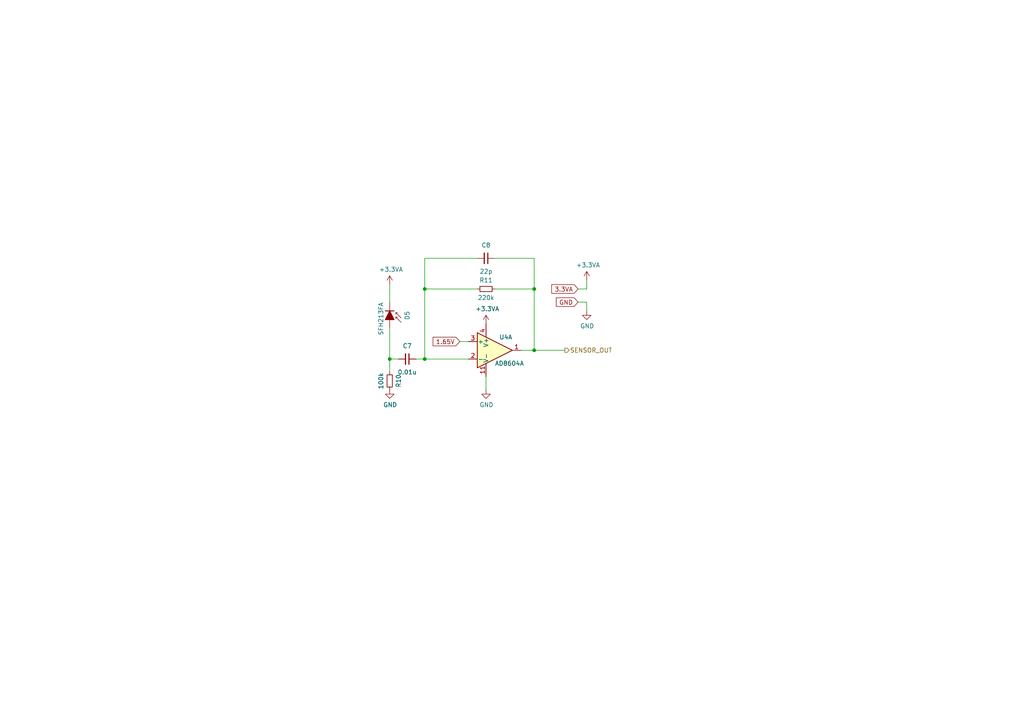
<source format=kicad_sch>
(kicad_sch (version 20211123) (generator eeschema)

  (uuid 2a29c4b7-5111-4b74-827d-392e0485e98e)

  (paper "A4")

  (lib_symbols
    (symbol "Device:C_Small" (pin_numbers hide) (pin_names (offset 0.254) hide) (in_bom yes) (on_board yes)
      (property "Reference" "C" (id 0) (at 0.254 1.778 0)
        (effects (font (size 1.27 1.27)) (justify left))
      )
      (property "Value" "C_Small" (id 1) (at 0.254 -2.032 0)
        (effects (font (size 1.27 1.27)) (justify left))
      )
      (property "Footprint" "" (id 2) (at 0 0 0)
        (effects (font (size 1.27 1.27)) hide)
      )
      (property "Datasheet" "~" (id 3) (at 0 0 0)
        (effects (font (size 1.27 1.27)) hide)
      )
      (property "ki_keywords" "capacitor cap" (id 4) (at 0 0 0)
        (effects (font (size 1.27 1.27)) hide)
      )
      (property "ki_description" "Unpolarized capacitor, small symbol" (id 5) (at 0 0 0)
        (effects (font (size 1.27 1.27)) hide)
      )
      (property "ki_fp_filters" "C_*" (id 6) (at 0 0 0)
        (effects (font (size 1.27 1.27)) hide)
      )
      (symbol "C_Small_0_1"
        (polyline
          (pts
            (xy -1.524 -0.508)
            (xy 1.524 -0.508)
          )
          (stroke (width 0.3302) (type default) (color 0 0 0 0))
          (fill (type none))
        )
        (polyline
          (pts
            (xy -1.524 0.508)
            (xy 1.524 0.508)
          )
          (stroke (width 0.3048) (type default) (color 0 0 0 0))
          (fill (type none))
        )
      )
      (symbol "C_Small_1_1"
        (pin passive line (at 0 2.54 270) (length 2.032)
          (name "~" (effects (font (size 1.27 1.27))))
          (number "1" (effects (font (size 1.27 1.27))))
        )
        (pin passive line (at 0 -2.54 90) (length 2.032)
          (name "~" (effects (font (size 1.27 1.27))))
          (number "2" (effects (font (size 1.27 1.27))))
        )
      )
    )
    (symbol "Device:D_Photo_Filled" (pin_numbers hide) (pin_names hide) (in_bom yes) (on_board yes)
      (property "Reference" "D" (id 0) (at 0.508 1.778 0)
        (effects (font (size 1.27 1.27)) (justify left))
      )
      (property "Value" "D_Photo_Filled" (id 1) (at -1.016 -2.794 0)
        (effects (font (size 1.27 1.27)))
      )
      (property "Footprint" "" (id 2) (at -1.27 0 0)
        (effects (font (size 1.27 1.27)) hide)
      )
      (property "Datasheet" "~" (id 3) (at -1.27 0 0)
        (effects (font (size 1.27 1.27)) hide)
      )
      (property "ki_keywords" "photodiode diode opto" (id 4) (at 0 0 0)
        (effects (font (size 1.27 1.27)) hide)
      )
      (property "ki_description" "Photodiode, filled shape" (id 5) (at 0 0 0)
        (effects (font (size 1.27 1.27)) hide)
      )
      (symbol "D_Photo_Filled_0_1"
        (polyline
          (pts
            (xy -2.54 1.27)
            (xy -2.54 -1.27)
          )
          (stroke (width 0.254) (type default) (color 0 0 0 0))
          (fill (type none))
        )
        (polyline
          (pts
            (xy -2.032 1.778)
            (xy -1.524 1.778)
          )
          (stroke (width 0) (type default) (color 0 0 0 0))
          (fill (type none))
        )
        (polyline
          (pts
            (xy 0 0)
            (xy -2.54 0)
          )
          (stroke (width 0) (type default) (color 0 0 0 0))
          (fill (type none))
        )
        (polyline
          (pts
            (xy -0.508 3.302)
            (xy -2.032 1.778)
            (xy -2.032 2.286)
          )
          (stroke (width 0) (type default) (color 0 0 0 0))
          (fill (type none))
        )
        (polyline
          (pts
            (xy 0 -1.27)
            (xy 0 1.27)
            (xy -2.54 0)
            (xy 0 -1.27)
          )
          (stroke (width 0.254) (type default) (color 0 0 0 0))
          (fill (type outline))
        )
        (polyline
          (pts
            (xy 0.762 3.302)
            (xy -0.762 1.778)
            (xy -0.762 2.286)
            (xy -0.762 1.778)
            (xy -0.254 1.778)
          )
          (stroke (width 0) (type default) (color 0 0 0 0))
          (fill (type none))
        )
      )
      (symbol "D_Photo_Filled_1_1"
        (pin passive line (at -5.08 0 0) (length 2.54)
          (name "K" (effects (font (size 1.27 1.27))))
          (number "1" (effects (font (size 1.27 1.27))))
        )
        (pin passive line (at 2.54 0 180) (length 2.54)
          (name "A" (effects (font (size 1.27 1.27))))
          (number "2" (effects (font (size 1.27 1.27))))
        )
      )
    )
    (symbol "Device:R_Small" (pin_numbers hide) (pin_names (offset 0.254) hide) (in_bom yes) (on_board yes)
      (property "Reference" "R" (id 0) (at 0.762 0.508 0)
        (effects (font (size 1.27 1.27)) (justify left))
      )
      (property "Value" "R_Small" (id 1) (at 0.762 -1.016 0)
        (effects (font (size 1.27 1.27)) (justify left))
      )
      (property "Footprint" "" (id 2) (at 0 0 0)
        (effects (font (size 1.27 1.27)) hide)
      )
      (property "Datasheet" "~" (id 3) (at 0 0 0)
        (effects (font (size 1.27 1.27)) hide)
      )
      (property "ki_keywords" "R resistor" (id 4) (at 0 0 0)
        (effects (font (size 1.27 1.27)) hide)
      )
      (property "ki_description" "Resistor, small symbol" (id 5) (at 0 0 0)
        (effects (font (size 1.27 1.27)) hide)
      )
      (property "ki_fp_filters" "R_*" (id 6) (at 0 0 0)
        (effects (font (size 1.27 1.27)) hide)
      )
      (symbol "R_Small_0_1"
        (rectangle (start -0.762 1.778) (end 0.762 -1.778)
          (stroke (width 0.2032) (type default) (color 0 0 0 0))
          (fill (type none))
        )
      )
      (symbol "R_Small_1_1"
        (pin passive line (at 0 2.54 270) (length 0.762)
          (name "~" (effects (font (size 1.27 1.27))))
          (number "1" (effects (font (size 1.27 1.27))))
        )
        (pin passive line (at 0 -2.54 90) (length 0.762)
          (name "~" (effects (font (size 1.27 1.27))))
          (number "2" (effects (font (size 1.27 1.27))))
        )
      )
    )
    (symbol "MicroNaos:AD8604A" (pin_names (offset 0.127)) (in_bom yes) (on_board yes)
      (property "Reference" "U" (id 0) (at 0 5.08 0)
        (effects (font (size 1.27 1.27)) (justify left))
      )
      (property "Value" "AD8604A" (id 1) (at 0 -5.08 0)
        (effects (font (size 1.27 1.27)) (justify left))
      )
      (property "Footprint" "" (id 2) (at 0 12.7 0)
        (effects (font (size 1.27 1.27)) hide)
      )
      (property "Datasheet" "" (id 3) (at 0 5.08 0)
        (effects (font (size 1.27 1.27)) hide)
      )
      (symbol "AD8604A_0_1"
        (polyline
          (pts
            (xy -5.08 5.08)
            (xy 5.08 0)
            (xy -5.08 -5.08)
            (xy -5.08 5.08)
          )
          (stroke (width 0.254) (type default) (color 0 0 0 0))
          (fill (type background))
        )
        (pin power_in line (at -2.54 -7.62 90) (length 3.81)
          (name "V-" (effects (font (size 1.27 1.27))))
          (number "11" (effects (font (size 1.27 1.27))))
        )
        (pin power_in line (at -2.54 7.62 270) (length 3.81)
          (name "V+" (effects (font (size 1.27 1.27))))
          (number "4" (effects (font (size 1.27 1.27))))
        )
      )
      (symbol "AD8604A_1_1"
        (pin output line (at 7.62 0 180) (length 2.54)
          (name "~" (effects (font (size 1.27 1.27))))
          (number "1" (effects (font (size 1.27 1.27))))
        )
        (pin input line (at -7.62 -2.54 0) (length 2.54)
          (name "-" (effects (font (size 1.27 1.27))))
          (number "2" (effects (font (size 1.27 1.27))))
        )
        (pin input line (at -7.62 2.54 0) (length 2.54)
          (name "+" (effects (font (size 1.27 1.27))))
          (number "3" (effects (font (size 1.27 1.27))))
        )
      )
      (symbol "AD8604A_2_1"
        (pin input line (at -7.62 2.54 0) (length 2.54)
          (name "+" (effects (font (size 1.27 1.27))))
          (number "5" (effects (font (size 1.27 1.27))))
        )
        (pin input line (at -7.62 -2.54 0) (length 2.54)
          (name "-" (effects (font (size 1.27 1.27))))
          (number "6" (effects (font (size 1.27 1.27))))
        )
        (pin output line (at 7.62 0 180) (length 2.54)
          (name "~" (effects (font (size 1.27 1.27))))
          (number "7" (effects (font (size 1.27 1.27))))
        )
      )
      (symbol "AD8604A_3_1"
        (pin input line (at -7.62 2.54 0) (length 2.54)
          (name "+" (effects (font (size 1.27 1.27))))
          (number "10" (effects (font (size 1.27 1.27))))
        )
        (pin output line (at 7.62 0 180) (length 2.54)
          (name "~" (effects (font (size 1.27 1.27))))
          (number "8" (effects (font (size 1.27 1.27))))
        )
        (pin input line (at -7.62 -2.54 0) (length 2.54)
          (name "-" (effects (font (size 1.27 1.27))))
          (number "9" (effects (font (size 1.27 1.27))))
        )
      )
      (symbol "AD8604A_4_1"
        (pin input line (at -7.62 2.54 0) (length 2.54)
          (name "+" (effects (font (size 1.27 1.27))))
          (number "12" (effects (font (size 1.27 1.27))))
        )
        (pin input line (at -7.62 -2.54 0) (length 2.54)
          (name "-" (effects (font (size 1.27 1.27))))
          (number "13" (effects (font (size 1.27 1.27))))
        )
        (pin output line (at 7.62 0 180) (length 2.54)
          (name "~" (effects (font (size 1.27 1.27))))
          (number "14" (effects (font (size 1.27 1.27))))
        )
      )
    )
    (symbol "power:+3.3VA" (power) (pin_names (offset 0)) (in_bom yes) (on_board yes)
      (property "Reference" "#PWR" (id 0) (at 0 -3.81 0)
        (effects (font (size 1.27 1.27)) hide)
      )
      (property "Value" "+3.3VA" (id 1) (at 0 3.556 0)
        (effects (font (size 1.27 1.27)))
      )
      (property "Footprint" "" (id 2) (at 0 0 0)
        (effects (font (size 1.27 1.27)) hide)
      )
      (property "Datasheet" "" (id 3) (at 0 0 0)
        (effects (font (size 1.27 1.27)) hide)
      )
      (property "ki_keywords" "power-flag" (id 4) (at 0 0 0)
        (effects (font (size 1.27 1.27)) hide)
      )
      (property "ki_description" "Power symbol creates a global label with name \"+3.3VA\"" (id 5) (at 0 0 0)
        (effects (font (size 1.27 1.27)) hide)
      )
      (symbol "+3.3VA_0_1"
        (polyline
          (pts
            (xy -0.762 1.27)
            (xy 0 2.54)
          )
          (stroke (width 0) (type default) (color 0 0 0 0))
          (fill (type none))
        )
        (polyline
          (pts
            (xy 0 0)
            (xy 0 2.54)
          )
          (stroke (width 0) (type default) (color 0 0 0 0))
          (fill (type none))
        )
        (polyline
          (pts
            (xy 0 2.54)
            (xy 0.762 1.27)
          )
          (stroke (width 0) (type default) (color 0 0 0 0))
          (fill (type none))
        )
      )
      (symbol "+3.3VA_1_1"
        (pin power_in line (at 0 0 90) (length 0) hide
          (name "+3.3VA" (effects (font (size 1.27 1.27))))
          (number "1" (effects (font (size 1.27 1.27))))
        )
      )
    )
    (symbol "power:GND" (power) (pin_names (offset 0)) (in_bom yes) (on_board yes)
      (property "Reference" "#PWR" (id 0) (at 0 -6.35 0)
        (effects (font (size 1.27 1.27)) hide)
      )
      (property "Value" "GND" (id 1) (at 0 -3.81 0)
        (effects (font (size 1.27 1.27)))
      )
      (property "Footprint" "" (id 2) (at 0 0 0)
        (effects (font (size 1.27 1.27)) hide)
      )
      (property "Datasheet" "" (id 3) (at 0 0 0)
        (effects (font (size 1.27 1.27)) hide)
      )
      (property "ki_keywords" "power-flag" (id 4) (at 0 0 0)
        (effects (font (size 1.27 1.27)) hide)
      )
      (property "ki_description" "Power symbol creates a global label with name \"GND\" , ground" (id 5) (at 0 0 0)
        (effects (font (size 1.27 1.27)) hide)
      )
      (symbol "GND_0_1"
        (polyline
          (pts
            (xy 0 0)
            (xy 0 -1.27)
            (xy 1.27 -1.27)
            (xy 0 -2.54)
            (xy -1.27 -1.27)
            (xy 0 -1.27)
          )
          (stroke (width 0) (type default) (color 0 0 0 0))
          (fill (type none))
        )
      )
      (symbol "GND_1_1"
        (pin power_in line (at 0 0 270) (length 0) hide
          (name "GND" (effects (font (size 1.27 1.27))))
          (number "1" (effects (font (size 1.27 1.27))))
        )
      )
    )
  )

  (junction (at 123.19 83.82) (diameter 0) (color 0 0 0 0)
    (uuid 154a95e7-ffb7-47bd-8aca-4e5e934a9a2f)
  )
  (junction (at 113.03 104.14) (diameter 0) (color 0 0 0 0)
    (uuid 3ee3e1d9-7aeb-4d59-8df1-08b260a2270c)
  )
  (junction (at 154.94 83.82) (diameter 0) (color 0 0 0 0)
    (uuid 6481af65-af0c-409b-a5b2-13373230fa79)
  )
  (junction (at 123.19 104.14) (diameter 0) (color 0 0 0 0)
    (uuid 87eb71cd-6d92-4303-8855-7e3e51a812f2)
  )
  (junction (at 154.94 101.6) (diameter 0) (color 0 0 0 0)
    (uuid e09f3bb3-1374-48fa-a542-6859d68ee32c)
  )

  (wire (pts (xy 154.94 74.93) (xy 143.51 74.93))
    (stroke (width 0) (type default) (color 0 0 0 0))
    (uuid 08f6d5f8-1c08-4461-a4a8-24a3ef3dba8b)
  )
  (wire (pts (xy 123.19 104.14) (xy 120.65 104.14))
    (stroke (width 0) (type default) (color 0 0 0 0))
    (uuid 3877117e-99c6-4f1e-bba4-83d4cdae9ab1)
  )
  (wire (pts (xy 154.94 83.82) (xy 154.94 74.93))
    (stroke (width 0) (type default) (color 0 0 0 0))
    (uuid 3f8daccb-0e8e-4fa0-8f6c-14be6379c282)
  )
  (wire (pts (xy 123.19 83.82) (xy 138.43 83.82))
    (stroke (width 0) (type default) (color 0 0 0 0))
    (uuid 41995bfe-6b95-44f6-916c-bb5839e6580a)
  )
  (wire (pts (xy 163.83 101.6) (xy 154.94 101.6))
    (stroke (width 0) (type default) (color 0 0 0 0))
    (uuid 4c69de44-7fda-472c-8bbe-f0b44bf64b6e)
  )
  (wire (pts (xy 123.19 104.14) (xy 123.19 83.82))
    (stroke (width 0) (type default) (color 0 0 0 0))
    (uuid 5333c5bf-e09b-43d6-ac7a-7a7af2d7a379)
  )
  (wire (pts (xy 154.94 101.6) (xy 154.94 83.82))
    (stroke (width 0) (type default) (color 0 0 0 0))
    (uuid 585c9b32-7227-43dc-b1ab-1855bbfaa691)
  )
  (wire (pts (xy 170.18 87.63) (xy 167.64 87.63))
    (stroke (width 0) (type default) (color 0 0 0 0))
    (uuid 589449fd-c51d-405b-bdeb-448c3bed0376)
  )
  (wire (pts (xy 154.94 83.82) (xy 143.51 83.82))
    (stroke (width 0) (type default) (color 0 0 0 0))
    (uuid 58dd8457-3410-469a-b108-80f70dd5dc9c)
  )
  (wire (pts (xy 113.03 104.14) (xy 115.57 104.14))
    (stroke (width 0) (type default) (color 0 0 0 0))
    (uuid 5f0b13c0-9b63-4862-abd2-f6fa0c1a87dc)
  )
  (wire (pts (xy 113.03 107.95) (xy 113.03 104.14))
    (stroke (width 0) (type default) (color 0 0 0 0))
    (uuid 66c3f81d-ac56-431c-a614-4811f3a99b78)
  )
  (wire (pts (xy 170.18 83.82) (xy 170.18 81.28))
    (stroke (width 0) (type default) (color 0 0 0 0))
    (uuid 6e5909c1-b45f-45ac-a70f-627e243fa433)
  )
  (wire (pts (xy 135.89 99.06) (xy 133.35 99.06))
    (stroke (width 0) (type default) (color 0 0 0 0))
    (uuid 7151c941-7dd1-48c7-a37f-b1fcef096f04)
  )
  (wire (pts (xy 154.94 101.6) (xy 151.13 101.6))
    (stroke (width 0) (type default) (color 0 0 0 0))
    (uuid 73483dda-fcd3-49f7-b4c4-d8cde039b48d)
  )
  (wire (pts (xy 113.03 95.25) (xy 113.03 104.14))
    (stroke (width 0) (type default) (color 0 0 0 0))
    (uuid 7a785e35-4bfd-4815-b87b-d7f12ecf0b10)
  )
  (wire (pts (xy 140.97 113.03) (xy 140.97 109.22))
    (stroke (width 0) (type default) (color 0 0 0 0))
    (uuid 8348eb1a-2cea-452d-ab74-b03b051f330c)
  )
  (wire (pts (xy 167.64 83.82) (xy 170.18 83.82))
    (stroke (width 0) (type default) (color 0 0 0 0))
    (uuid 8cc7ef95-fe28-47bd-82f2-80c1b579be36)
  )
  (wire (pts (xy 123.19 74.93) (xy 123.19 83.82))
    (stroke (width 0) (type default) (color 0 0 0 0))
    (uuid 9440c605-a16c-4e50-bcd8-0c0989b0aef0)
  )
  (wire (pts (xy 170.18 90.17) (xy 170.18 87.63))
    (stroke (width 0) (type default) (color 0 0 0 0))
    (uuid a59f0b37-7af4-4939-a2c0-d2b076da1fdb)
  )
  (wire (pts (xy 113.03 87.63) (xy 113.03 82.55))
    (stroke (width 0) (type default) (color 0 0 0 0))
    (uuid adcc7c4c-1aeb-4afb-a2c6-b88669a0b334)
  )
  (wire (pts (xy 135.89 104.14) (xy 123.19 104.14))
    (stroke (width 0) (type default) (color 0 0 0 0))
    (uuid c775d418-e136-4c19-ab9c-7886170fb117)
  )
  (wire (pts (xy 138.43 74.93) (xy 123.19 74.93))
    (stroke (width 0) (type default) (color 0 0 0 0))
    (uuid e619cbcb-d798-46b9-9de4-1e71c282b054)
  )

  (global_label "GND" (shape input) (at 167.64 87.63 180) (fields_autoplaced)
    (effects (font (size 1.27 1.27)) (justify right))
    (uuid 83c06c42-326f-4cdc-ad34-cbb730919c3e)
    (property "Intersheet References" "${INTERSHEET_REFS}" (id 0) (at 0 0 0)
      (effects (font (size 1.27 1.27)) hide)
    )
  )
  (global_label "1.65V" (shape input) (at 133.35 99.06 180) (fields_autoplaced)
    (effects (font (size 1.27 1.27)) (justify right))
    (uuid a33a8fbd-8670-4aff-aad9-2f34f95020df)
    (property "Intersheet References" "${INTERSHEET_REFS}" (id 0) (at 0 0 0)
      (effects (font (size 1.27 1.27)) hide)
    )
  )
  (global_label "3.3VA" (shape input) (at 167.64 83.82 180) (fields_autoplaced)
    (effects (font (size 1.27 1.27)) (justify right))
    (uuid bd7a1d2c-ca3f-4731-9b59-e2925d27e442)
    (property "Intersheet References" "${INTERSHEET_REFS}" (id 0) (at 0 0 0)
      (effects (font (size 1.27 1.27)) hide)
    )
  )

  (hierarchical_label "SENSOR_OUT" (shape output) (at 163.83 101.6 0)
    (effects (font (size 1.27 1.27)) (justify left))
    (uuid d9f1b9d5-e621-4083-91bc-dec5b20eba31)
  )

  (symbol (lib_id "MicroNaos:AD8604A") (at 143.51 101.6 0) (unit 1)
    (in_bom yes) (on_board yes)
    (uuid 00000000-0000-0000-0000-00005c8ecf2a)
    (property "Reference" "U4" (id 0) (at 144.78 97.79 0)
      (effects (font (size 1.27 1.27)) (justify left))
    )
    (property "Value" "AD8604A" (id 1) (at 143.51 105.41 0)
      (effects (font (size 1.27 1.27)) (justify left))
    )
    (property "Footprint" "Package_SO:TSSOP-14_4.4x5mm_P0.65mm" (id 2) (at 143.51 88.9 0)
      (effects (font (size 1.27 1.27)) hide)
    )
    (property "Datasheet" "http://www.analog.com/media/en/technical-documentation/data-sheets/AD8603_8607_8609.pdf" (id 3) (at 143.51 96.52 0)
      (effects (font (size 1.27 1.27)) hide)
    )
    (pin "11" (uuid 8c6a50ed-608d-4244-95a4-c6fb848b0136))
    (pin "4" (uuid 112343d3-68fe-4aa5-bfe5-53ce3648c96e))
    (pin "1" (uuid c0b59a1b-6db7-40d7-b80e-f01087e40185))
    (pin "2" (uuid d264935d-9a5b-4f25-9b77-daedc2607a1c))
    (pin "3" (uuid 1570d78b-97c1-4b65-ae2f-8cf6286b5d29))
    (pin "5" (uuid 120907fe-257e-40d0-93b1-96574cf5e6b2))
    (pin "6" (uuid 57528f52-ce18-410f-a9a9-f8f5257043e9))
    (pin "7" (uuid 5d2f59cf-0a35-4501-916e-1ff94f2c5423))
    (pin "10" (uuid 85db5acc-37c4-47b7-b444-e138539bb10d))
    (pin "8" (uuid ec36a95b-2ce9-4362-85b1-21a2be293d3d))
    (pin "9" (uuid c74f1631-d33c-4625-8d01-d8e874e4caf2))
    (pin "12" (uuid 74df1f67-dd74-4915-af9b-59c2cf52ff00))
    (pin "13" (uuid a1c191c1-03cd-4c5e-8adf-02abab5849e7))
    (pin "14" (uuid f2d84fd3-f211-4db0-aa1a-f7015b29c085))
  )

  (symbol (lib_id "power:GND") (at 140.97 113.03 0) (unit 1)
    (in_bom yes) (on_board yes)
    (uuid 00000000-0000-0000-0000-00005c8ecf31)
    (property "Reference" "#PWR024" (id 0) (at 140.97 119.38 0)
      (effects (font (size 1.27 1.27)) hide)
    )
    (property "Value" "GND" (id 1) (at 141.097 117.4242 0))
    (property "Footprint" "" (id 2) (at 140.97 113.03 0)
      (effects (font (size 1.27 1.27)) hide)
    )
    (property "Datasheet" "" (id 3) (at 140.97 113.03 0)
      (effects (font (size 1.27 1.27)) hide)
    )
    (pin "1" (uuid a67d473d-a6f1-416e-b2b8-be3816c283e4))
  )

  (symbol (lib_id "power:+3.3VA") (at 140.97 93.98 0) (unit 1)
    (in_bom yes) (on_board yes)
    (uuid 00000000-0000-0000-0000-00005c8ecf37)
    (property "Reference" "#PWR023" (id 0) (at 140.97 97.79 0)
      (effects (font (size 1.27 1.27)) hide)
    )
    (property "Value" "+3.3VA" (id 1) (at 141.351 89.5858 0))
    (property "Footprint" "" (id 2) (at 140.97 93.98 0)
      (effects (font (size 1.27 1.27)) hide)
    )
    (property "Datasheet" "" (id 3) (at 140.97 93.98 0)
      (effects (font (size 1.27 1.27)) hide)
    )
    (pin "1" (uuid 4ef41d0b-f427-4215-813e-5d7300891627))
  )

  (symbol (lib_id "power:+3.3VA") (at 170.18 81.28 0) (unit 1)
    (in_bom yes) (on_board yes)
    (uuid 00000000-0000-0000-0000-00005c8ecf40)
    (property "Reference" "#PWR025" (id 0) (at 170.18 85.09 0)
      (effects (font (size 1.27 1.27)) hide)
    )
    (property "Value" "+3.3VA" (id 1) (at 170.561 76.8858 0))
    (property "Footprint" "" (id 2) (at 170.18 81.28 0)
      (effects (font (size 1.27 1.27)) hide)
    )
    (property "Datasheet" "" (id 3) (at 170.18 81.28 0)
      (effects (font (size 1.27 1.27)) hide)
    )
    (pin "1" (uuid 40478459-e8a6-4448-b0a0-12e5eb0082bf))
  )

  (symbol (lib_id "power:GND") (at 170.18 90.17 0) (unit 1)
    (in_bom yes) (on_board yes)
    (uuid 00000000-0000-0000-0000-00005c8ecf49)
    (property "Reference" "#PWR026" (id 0) (at 170.18 96.52 0)
      (effects (font (size 1.27 1.27)) hide)
    )
    (property "Value" "GND" (id 1) (at 170.307 94.5642 0))
    (property "Footprint" "" (id 2) (at 170.18 90.17 0)
      (effects (font (size 1.27 1.27)) hide)
    )
    (property "Datasheet" "" (id 3) (at 170.18 90.17 0)
      (effects (font (size 1.27 1.27)) hide)
    )
    (pin "1" (uuid 70f0a725-39be-4b35-9d49-7ae415dcb16b))
  )

  (symbol (lib_id "Device:R_Small") (at 140.97 83.82 270) (unit 1)
    (in_bom yes) (on_board yes)
    (uuid 00000000-0000-0000-0000-00005c8ecf53)
    (property "Reference" "R11" (id 0) (at 140.97 81.28 90))
    (property "Value" "220k" (id 1) (at 140.97 86.36 90))
    (property "Footprint" "Resistor_SMD:R_0603_1608Metric_Pad1.05x0.95mm_HandSolder" (id 2) (at 140.97 83.82 0)
      (effects (font (size 1.27 1.27)) hide)
    )
    (property "Datasheet" "~" (id 3) (at 140.97 83.82 0)
      (effects (font (size 1.27 1.27)) hide)
    )
    (pin "1" (uuid 25321bd6-c9fe-4a19-a00e-c94d3205a0c2))
    (pin "2" (uuid 3f071121-c346-47f4-be37-03c4c812fb58))
  )

  (symbol (lib_id "Device:C_Small") (at 140.97 74.93 270) (unit 1)
    (in_bom yes) (on_board yes)
    (uuid 00000000-0000-0000-0000-00005c8ecf5a)
    (property "Reference" "C8" (id 0) (at 140.97 71.12 90))
    (property "Value" "22p" (id 1) (at 140.97 78.74 90))
    (property "Footprint" "Capacitor_SMD:C_0603_1608Metric_Pad1.05x0.95mm_HandSolder" (id 2) (at 140.97 74.93 0)
      (effects (font (size 1.27 1.27)) hide)
    )
    (property "Datasheet" "~" (id 3) (at 140.97 74.93 0)
      (effects (font (size 1.27 1.27)) hide)
    )
    (pin "1" (uuid cb9f2648-60da-4fa2-861f-96d3bc70bf80))
    (pin "2" (uuid b8df3b99-ba49-4780-8593-fcd3c9577491))
  )

  (symbol (lib_id "Device:C_Small") (at 118.11 104.14 270) (unit 1)
    (in_bom yes) (on_board yes)
    (uuid 00000000-0000-0000-0000-00005c8ecf6e)
    (property "Reference" "C7" (id 0) (at 118.11 100.33 90))
    (property "Value" "0.01u" (id 1) (at 118.11 107.95 90))
    (property "Footprint" "Capacitor_SMD:C_0603_1608Metric_Pad1.05x0.95mm_HandSolder" (id 2) (at 118.11 104.14 0)
      (effects (font (size 1.27 1.27)) hide)
    )
    (property "Datasheet" "~" (id 3) (at 118.11 104.14 0)
      (effects (font (size 1.27 1.27)) hide)
    )
    (pin "1" (uuid 21755bcc-f0f4-42f2-a6e3-f4faf451509d))
    (pin "2" (uuid 1515a871-8476-41d5-a960-b5d0c13bf688))
  )

  (symbol (lib_id "Device:D_Photo_Filled") (at 113.03 92.71 270) (unit 1)
    (in_bom yes) (on_board yes)
    (uuid 00000000-0000-0000-0000-00005c8ecf77)
    (property "Reference" "D5" (id 0) (at 118.11 90.17 0)
      (effects (font (size 1.27 1.27)) (justify left))
    )
    (property "Value" "SFH213FA" (id 1) (at 110.49 87.63 0)
      (effects (font (size 1.27 1.27)) (justify left))
    )
    (property "Footprint" "Micromouse:LED_D5.0mm_Sensor" (id 2) (at 113.03 91.44 0)
      (effects (font (size 1.27 1.27)) hide)
    )
    (property "Datasheet" "~" (id 3) (at 113.03 91.44 0)
      (effects (font (size 1.27 1.27)) hide)
    )
    (pin "1" (uuid 1e8da7dc-7cc5-42e6-bbd6-dce91577e191))
    (pin "2" (uuid 6fe85f3b-7c43-422f-af84-feb2ad96c27d))
  )

  (symbol (lib_id "Device:R_Small") (at 113.03 110.49 180) (unit 1)
    (in_bom yes) (on_board yes)
    (uuid 00000000-0000-0000-0000-00005c8ecf80)
    (property "Reference" "R10" (id 0) (at 115.57 110.49 90))
    (property "Value" "100k" (id 1) (at 110.49 110.49 90))
    (property "Footprint" "Resistor_SMD:R_0603_1608Metric_Pad1.05x0.95mm_HandSolder" (id 2) (at 113.03 110.49 0)
      (effects (font (size 1.27 1.27)) hide)
    )
    (property "Datasheet" "~" (id 3) (at 113.03 110.49 0)
      (effects (font (size 1.27 1.27)) hide)
    )
    (pin "1" (uuid 334a24f9-8bff-4bb3-9cc9-f1ade8b46f9a))
    (pin "2" (uuid 11fa824f-1d6f-428f-8aff-ae53503fa556))
  )

  (symbol (lib_id "power:GND") (at 113.03 113.03 0) (unit 1)
    (in_bom yes) (on_board yes)
    (uuid 00000000-0000-0000-0000-00005c8ecf89)
    (property "Reference" "#PWR022" (id 0) (at 113.03 119.38 0)
      (effects (font (size 1.27 1.27)) hide)
    )
    (property "Value" "GND" (id 1) (at 113.157 117.4242 0))
    (property "Footprint" "" (id 2) (at 113.03 113.03 0)
      (effects (font (size 1.27 1.27)) hide)
    )
    (property "Datasheet" "" (id 3) (at 113.03 113.03 0)
      (effects (font (size 1.27 1.27)) hide)
    )
    (pin "1" (uuid 7ee3de10-0a00-4e23-a840-911165ecd55b))
  )

  (symbol (lib_id "power:+3.3VA") (at 113.03 82.55 0) (unit 1)
    (in_bom yes) (on_board yes)
    (uuid 00000000-0000-0000-0000-00005c8ecf90)
    (property "Reference" "#PWR021" (id 0) (at 113.03 86.36 0)
      (effects (font (size 1.27 1.27)) hide)
    )
    (property "Value" "+3.3VA" (id 1) (at 113.411 78.1558 0))
    (property "Footprint" "" (id 2) (at 113.03 82.55 0)
      (effects (font (size 1.27 1.27)) hide)
    )
    (property "Datasheet" "" (id 3) (at 113.03 82.55 0)
      (effects (font (size 1.27 1.27)) hide)
    )
    (pin "1" (uuid b7fcacc9-4e11-4fe6-b050-e8d2bc98c67a))
  )
)

</source>
